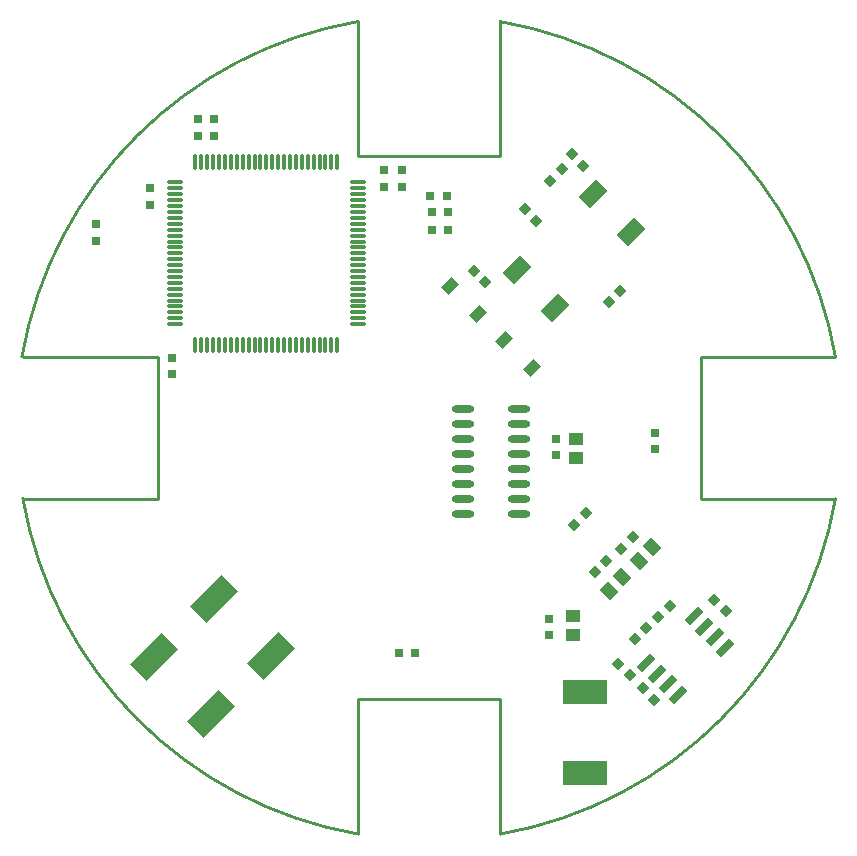
<source format=gbp>
G04 Layer_Color=128*
%FSAX25Y25*%
%MOIN*%
G70*
G01*
G75*
%ADD10P,0.04243X4X180.0*%
%ADD12P,0.04243X4X90.0*%
G04:AMPARAMS|DCode=14|XSize=40mil|YSize=50mil|CornerRadius=0mil|HoleSize=0mil|Usage=FLASHONLY|Rotation=45.000|XOffset=0mil|YOffset=0mil|HoleType=Round|Shape=Rectangle|*
%AMROTATEDRECTD14*
4,1,4,0.00353,-0.03182,-0.03182,0.00353,-0.00353,0.03182,0.03182,-0.00353,0.00353,-0.03182,0.0*
%
%ADD14ROTATEDRECTD14*%

%ADD18R,0.03000X0.03000*%
G04:AMPARAMS|DCode=19|XSize=35.43mil|YSize=47.24mil|CornerRadius=0mil|HoleSize=0mil|Usage=FLASHONLY|Rotation=135.000|XOffset=0mil|YOffset=0mil|HoleType=Round|Shape=Rectangle|*
%AMROTATEDRECTD19*
4,1,4,0.02923,0.00418,-0.00418,-0.02923,-0.02923,-0.00418,0.00418,0.02923,0.02923,0.00418,0.0*
%
%ADD19ROTATEDRECTD19*%

G04:AMPARAMS|DCode=20|XSize=47.24mil|YSize=35.43mil|CornerRadius=0mil|HoleSize=0mil|Usage=FLASHONLY|Rotation=225.000|XOffset=0mil|YOffset=0mil|HoleType=Round|Shape=Rectangle|*
%AMROTATEDRECTD20*
4,1,4,0.00418,0.02923,0.02923,0.00418,-0.00418,-0.02923,-0.02923,-0.00418,0.00418,0.02923,0.0*
%
%ADD20ROTATEDRECTD20*%

%ADD21R,0.03000X0.03000*%
%ADD24R,0.05000X0.04000*%
%ADD41C,0.01000*%
G04:AMPARAMS|DCode=61|XSize=25.59mil|YSize=64.96mil|CornerRadius=1.92mil|HoleSize=0mil|Usage=FLASHONLY|Rotation=135.000|XOffset=0mil|YOffset=0mil|HoleType=Round|Shape=RoundedRectangle|*
%AMROUNDEDRECTD61*
21,1,0.02559,0.06112,0,0,135.0*
21,1,0.02175,0.06496,0,0,135.0*
1,1,0.00384,0.01392,0.02930*
1,1,0.00384,0.02930,0.01392*
1,1,0.00384,-0.01392,-0.02930*
1,1,0.00384,-0.02930,-0.01392*
%
%ADD61ROUNDEDRECTD61*%
%ADD62R,0.15000X0.08000*%
G04:AMPARAMS|DCode=63|XSize=80mil|YSize=150mil|CornerRadius=0mil|HoleSize=0mil|Usage=FLASHONLY|Rotation=135.000|XOffset=0mil|YOffset=0mil|HoleType=Round|Shape=Rectangle|*
%AMROTATEDRECTD63*
4,1,4,0.08132,0.02475,-0.02475,-0.08132,-0.08132,-0.02475,0.02475,0.08132,0.08132,0.02475,0.0*
%
%ADD63ROTATEDRECTD63*%

%ADD65O,0.01181X0.05709*%
%ADD66O,0.05709X0.01181*%
G04:AMPARAMS|DCode=67|XSize=83mil|YSize=55mil|CornerRadius=0mil|HoleSize=0mil|Usage=FLASHONLY|Rotation=225.000|XOffset=0mil|YOffset=0mil|HoleType=Round|Shape=Rectangle|*
%AMROTATEDRECTD67*
4,1,4,0.00990,0.04879,0.04879,0.00990,-0.00990,-0.04879,-0.04879,-0.00990,0.00990,0.04879,0.0*
%
%ADD67ROTATEDRECTD67*%

%ADD68O,0.07480X0.02362*%
G54D10*
X1803611Y0371889D02*
D03*
X1807500Y0368000D02*
D03*
X1779858Y0342429D02*
D03*
X1783747Y0338540D02*
D03*
X1775615Y0346672D02*
D03*
X1771726Y0350561D02*
D03*
X1723500Y0481500D02*
D03*
X1727389Y0477611D02*
D03*
X1756111Y0520389D02*
D03*
X1760000Y0516500D02*
D03*
X1740500Y0502000D02*
D03*
X1744389Y0498111D02*
D03*
G54D12*
X1760827Y0400591D02*
D03*
X1756938Y0396702D02*
D03*
X1776527Y0392669D02*
D03*
X1772638Y0388779D02*
D03*
X1767716Y0384842D02*
D03*
X1763827Y0380953D02*
D03*
X1788889Y0369889D02*
D03*
X1785000Y0366000D02*
D03*
X1777111Y0358611D02*
D03*
X1781000Y0362500D02*
D03*
X1768500Y0471000D02*
D03*
X1772389Y0474889D02*
D03*
X1752889Y0515389D02*
D03*
X1749000Y0511500D02*
D03*
G54D14*
X1768501Y0374800D02*
D03*
X1773027Y0379326D02*
D03*
X1778543Y0384842D02*
D03*
X1783069Y0389368D02*
D03*
G54D18*
X1784000Y0427500D02*
D03*
Y0422000D02*
D03*
X1751000Y0425500D02*
D03*
Y0420000D02*
D03*
X1748500Y0365500D02*
D03*
Y0360000D02*
D03*
X1623000Y0447000D02*
D03*
Y0452500D02*
D03*
X1597500Y0491500D02*
D03*
Y0497000D02*
D03*
X1615500Y0509000D02*
D03*
Y0503500D02*
D03*
X1637000Y0532000D02*
D03*
Y0526500D02*
D03*
X1631500D02*
D03*
Y0532000D02*
D03*
X1699500Y0515000D02*
D03*
X1699500Y0509500D02*
D03*
X1693500D02*
D03*
Y0515000D02*
D03*
G54D19*
X1725000Y0467000D02*
D03*
X1743000Y0449000D02*
D03*
G54D20*
X1715525Y0476475D02*
D03*
X1733525Y0458475D02*
D03*
G54D21*
X1714500Y0506500D02*
D03*
X1709000D02*
D03*
X1709500Y0501000D02*
D03*
X1715000D02*
D03*
X1709500Y0495000D02*
D03*
X1715000D02*
D03*
X1704055Y0354000D02*
D03*
X1698555Y0354000D02*
D03*
G54D24*
X1757500Y0419150D02*
D03*
Y0425550D02*
D03*
X1756500Y0360150D02*
D03*
Y0366550D02*
D03*
G54D41*
X1844094Y0452756D02*
G03*
X1732284Y0564567I-0135433J-0023622D01*
G01*
X1685039D02*
G03*
X1572912Y0452811I0023228J-0135433D01*
G01*
X1573228Y0405512D02*
G03*
X1685039Y0293701I0135433J0023622D01*
G01*
X1732284D02*
G03*
X1844094Y0405512I-0023622J0135433D01*
G01*
X1732284Y0519685D02*
Y0564567D01*
X1685039Y0519685D02*
X1732284D01*
X1685039D02*
Y0564567D01*
Y0293701D02*
Y0338583D01*
X1732284D01*
Y0293701D02*
Y0338583D01*
X1799213Y0405512D02*
X1844094D01*
X1799213D02*
Y0452756D01*
X1844094D01*
X1573228Y0452756D02*
X1618110D01*
Y0405512D02*
Y0452756D01*
X1573228Y0405512D02*
X1618110D01*
G54D61*
X1796773Y0366382D02*
D03*
X1800308Y0362846D02*
D03*
X1803844Y0359310D02*
D03*
X1807379Y0355775D02*
D03*
X1781044Y0350653D02*
D03*
X1784579Y0347117D02*
D03*
X1788115Y0343582D02*
D03*
X1791650Y0340046D02*
D03*
G54D62*
X1760500Y0314094D02*
D03*
Y0341000D02*
D03*
G54D63*
X1616802Y0352687D02*
D03*
X1635827Y0333661D02*
D03*
X1636811Y0372047D02*
D03*
X1655836Y0353022D02*
D03*
G54D65*
X1630771Y0456880D02*
D03*
X1632740D02*
D03*
X1634708D02*
D03*
X1636677D02*
D03*
X1638645D02*
D03*
X1640614D02*
D03*
X1642582Y0456880D02*
D03*
X1644551Y0456880D02*
D03*
X1646519D02*
D03*
X1648488D02*
D03*
X1650456D02*
D03*
X1652425D02*
D03*
X1654393Y0456880D02*
D03*
X1656362D02*
D03*
X1658330D02*
D03*
X1660299Y0456880D02*
D03*
X1662267D02*
D03*
X1664236D02*
D03*
X1666204D02*
D03*
X1668173D02*
D03*
X1670141D02*
D03*
X1672110D02*
D03*
X1674078D02*
D03*
X1676047D02*
D03*
X1678015D02*
D03*
Y0517706D02*
D03*
X1676047D02*
D03*
X1674078D02*
D03*
X1672110Y0517706D02*
D03*
X1670141D02*
D03*
X1668173D02*
D03*
X1666204Y0517706D02*
D03*
X1664236D02*
D03*
X1662267D02*
D03*
X1660299D02*
D03*
X1658330Y0517706D02*
D03*
X1656362D02*
D03*
X1654393D02*
D03*
X1652425Y0517706D02*
D03*
X1650456D02*
D03*
X1648488D02*
D03*
X1646519D02*
D03*
X1644551D02*
D03*
X1642582Y0517706D02*
D03*
X1640614D02*
D03*
X1638645Y0517706D02*
D03*
X1636677D02*
D03*
X1634708D02*
D03*
X1632740Y0517706D02*
D03*
X1630771D02*
D03*
G54D66*
X1684807Y0463671D02*
D03*
Y0465639D02*
D03*
Y0467608D02*
D03*
Y0469576D02*
D03*
Y0471545D02*
D03*
Y0473513D02*
D03*
Y0475482D02*
D03*
Y0477450D02*
D03*
Y0479419D02*
D03*
Y0481387D02*
D03*
Y0483356D02*
D03*
Y0485324D02*
D03*
Y0487293D02*
D03*
Y0489261D02*
D03*
Y0491230D02*
D03*
Y0493198D02*
D03*
Y0495167D02*
D03*
Y0497135D02*
D03*
Y0499104D02*
D03*
Y0501072D02*
D03*
Y0503041D02*
D03*
Y0505009D02*
D03*
Y0506978D02*
D03*
Y0508946D02*
D03*
Y0510915D02*
D03*
X1623980D02*
D03*
Y0508946D02*
D03*
Y0506978D02*
D03*
Y0505009D02*
D03*
Y0503041D02*
D03*
Y0501072D02*
D03*
Y0499104D02*
D03*
Y0497135D02*
D03*
Y0495167D02*
D03*
Y0493198D02*
D03*
Y0491230D02*
D03*
Y0489261D02*
D03*
Y0487293D02*
D03*
Y0485324D02*
D03*
Y0483356D02*
D03*
Y0481387D02*
D03*
Y0479419D02*
D03*
Y0477450D02*
D03*
Y0475482D02*
D03*
Y0473513D02*
D03*
Y0471545D02*
D03*
Y0469576D02*
D03*
Y0467608D02*
D03*
Y0465639D02*
D03*
Y0463671D02*
D03*
G54D67*
X1738070Y0481597D02*
D03*
X1763403Y0506930D02*
D03*
X1750597Y0469070D02*
D03*
X1775930Y0494403D02*
D03*
G54D68*
X1738504Y0435500D02*
D03*
X1738504Y0430500D02*
D03*
X1738504Y0425500D02*
D03*
Y0420500D02*
D03*
Y0415500D02*
D03*
Y0410500D02*
D03*
X1738504Y0405500D02*
D03*
X1738504Y0400500D02*
D03*
X1720000Y0435500D02*
D03*
X1720000Y0430500D02*
D03*
X1720000Y0425500D02*
D03*
Y0420500D02*
D03*
Y0415500D02*
D03*
Y0410500D02*
D03*
X1720000Y0405500D02*
D03*
X1720000Y0400500D02*
D03*
M02*

</source>
